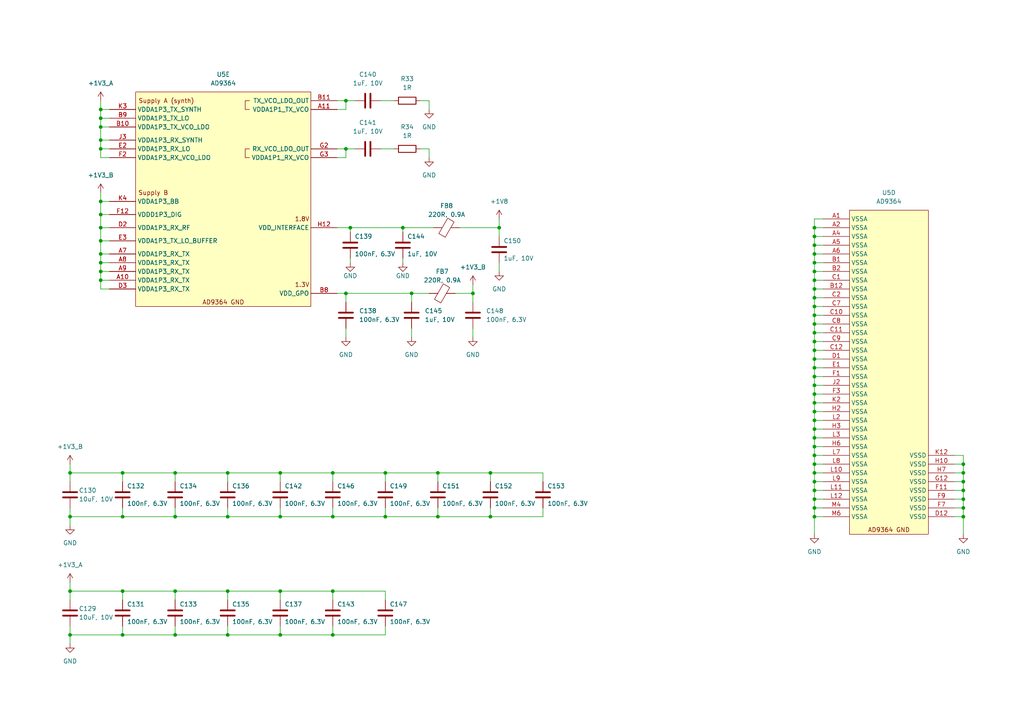
<source format=kicad_sch>
(kicad_sch (version 20231120) (generator "eeschema") (generator_version "8.0")
  (paper "A4")
  (title_block (title "Murphy SDR") (date "2024-04-22") (company "M.P Inc"))
  (lib_symbols
    (symbol "MurPhySDR-symbols:+1V3_A" (power) (pin_names (offset 0))
      (property "Value" "+1V3_A" (at 0 3.556 0))
      (symbol "+1V3_A_0_1"
        (polyline (pts (xy -0.762 1.27) (xy 0 2.54)))
        (polyline (pts (xy 0 0) (xy 0 2.54)))
        (polyline (pts (xy 0 2.54) (xy 0.762 1.27)))
      )
      (symbol "+1V3_A_1_1"
        (pin power_in line (at 0 0 90) (length 0) hide (name "+1V3_A") (number "1"))
      )
    )
    (symbol "MurPhySDR-symbols:+1V3_B" (power) (pin_names (offset 0))
      (property "Value" "+1V3_B" (at 0 3.556 0))
      (symbol "+1V3_B_0_1"
        (polyline (pts (xy -0.762 1.27) (xy 0 2.54)))
        (polyline (pts (xy 0 0) (xy 0 2.54)))
        (polyline (pts (xy 0 2.54) (xy 0.762 1.27)))
      )
      (symbol "+1V3_B_1_1"
        (pin power_in line (at 0 0 90) (length 0) hide (name "+1V3_B") (number "1"))
      )
    )
    (symbol "MurPhySDR-symbols:+1V8" (power) (pin_names (offset 0))
      (property "Value" "+1V8" (at 0 3.556 0))
      (symbol "+1V8_0_1"
        (polyline (pts (xy -0.762 1.27) (xy 0 2.54)))
        (polyline (pts (xy 0 0) (xy 0 2.54)))
        (polyline (pts (xy 0 2.54) (xy 0.762 1.27)))
      )
      (symbol "+1V8_1_1"
        (pin power_in line (at 0 0 90) (length 0) hide (name "+1V8") (number "1"))
      )
    )
    (symbol "MurPhySDR-symbols:AD9364-CUSTOM"
      (property "Reference" "U" (at 0 3.81 0))
      (property "Value" "AD9364" (at 0 1.27 0))
      (symbol "AD9364-CUSTOM_1_1"
        (unit_name "RF-TX")
        (rectangle (start -6.35 0) (end 6.35 -24.13) (fill (type background)))
        (text "AD9364 TX" (at 0 -22.86 0) (effects (font (size 1.27 1.27))))
        (pin unspecified line (at 13.97 -12.7 180) (length 7.62) (name "TXB_N") (number "M10"))
        (pin unspecified line (at 13.97 -19.05 180) (length 7.62) (name "TX_MON") (number "M5"))
        (pin unspecified line (at 13.97 -2.54 180) (length 7.62) (name "TXA_P") (number "M7"))
        (pin unspecified line (at 13.97 -5.08 180) (length 7.62) (name "TXA_N") (number "M8"))
        (pin unspecified line (at 13.97 -10.16 180) (length 7.62) (name "TXB_P") (number "M9"))
      )
      (symbol "AD9364-CUSTOM_2_1"
        (unit_name "RF-RX")
        (rectangle (start -6.35 0) (end 6.35 -25.4) (fill (type background)))
        (text "AD9364 RX" (at 0 -24.13 0) (effects (font (size 1.27 1.27))))
        (pin unspecified line (at 13.97 -10.16 180) (length 7.62) (name "RXB_P") (number "H1"))
        (pin unspecified line (at 13.97 -12.7 180) (length 7.62) (name "RXB_N") (number "J1"))
        (pin unspecified line (at 13.97 -17.78 180) (length 7.62) (name "RXC_P") (number "K1"))
        (pin unspecified line (at 13.97 -20.32 180) (length 7.62) (name "RXC_N") (number "L1"))
        (pin unspecified line (at 13.97 -2.54 180) (length 7.62) (name "RXA_P") (number "M1"))
        (pin unspecified line (at 13.97 -5.08 180) (length 7.62) (name "RXA_N") (number "M2"))
      )
      (symbol "AD9364-CUSTOM_3_1"
        (unit_name "Unused")
        (rectangle (start -8.89 0) (end 8.89 -34.29) (fill (type background)))
        (text "AD9364 Unused" (at 0 -33.02 0) (effects (font (size 1.27 1.27))))
        (pin unspecified line (at -16.51 -20.32 0) (length 7.62) (name "TX_EXT_LO_IN") (number "A12"))
        (pin no_connect line (at 16.51 -16.51 180) (length 7.62) (name "NC") (number "A3"))
        (pin unspecified line (at -16.51 -6.35 0) (length 7.62) (name "AUXDAC1") (number "B3"))
        (pin unspecified line (at 16.51 -10.16 180) (length 7.62) (name "GPO_3") (number "B4"))
        (pin unspecified line (at 16.51 -7.62 180) (length 7.62) (name "GPO_2") (number "B5"))
        (pin unspecified line (at 16.51 -5.08 180) (length 7.62) (name "GPO_1") (number "B6"))
        (pin unspecified line (at 16.51 -2.54 180) (length 7.62) (name "GPO_0") (number "B7"))
        (pin unspecified line (at -16.51 -8.89 0) (length 7.62) (name "AUXDAC2") (number "C3"))
        (pin unspecified line (at -16.51 -25.4 0) (length 7.62) (name "TEST/ENABLE") (number "C4"))
        (pin unspecified line (at -16.51 -22.86 0) (length 7.62) (name "RX_EXT_LO_IN") (number "G1"))
        (pin unspecified line (at -16.51 -29.21 0) (length 7.62) (name "SYNC_IN") (number "H5"))
        (pin unspecified line (at -16.51 -2.54 0) (length 7.62) (name "AUXADC") (number "L5"))
        (pin no_connect line (at 16.51 -13.97 180) (length 7.62) (name "NC") (number "M3"))
      )
      (symbol "AD9364-CUSTOM_4_1"
        (unit_name "Power-GND")
        (rectangle (start -11.43 0) (end 11.43 -93.98) (fill (type background)))
        (text "AD9364 GND" (at 0 -92.71 0) (effects (font (size 1.27 1.27))))
        (pin unspecified line (at -19.05 -2.54 0) (length 7.62) (name "VSSA") (number "A1"))
        (pin unspecified line (at -19.05 -5.08 0) (length 7.62) (name "VSSA") (number "A2"))
        (pin unspecified line (at -19.05 -7.62 0) (length 7.62) (name "VSSA") (number "A4"))
        (pin unspecified line (at -19.05 -10.16 0) (length 7.62) (name "VSSA") (number "A5"))
        (pin unspecified line (at -19.05 -12.7 0) (length 7.62) (name "VSSA") (number "A6"))
        (pin unspecified line (at -19.05 -15.24 0) (length 7.62) (name "VSSA") (number "B1"))
        (pin unspecified line (at -19.05 -22.86 0) (length 7.62) (name "VSSA") (number "B12"))
        (pin unspecified line (at -19.05 -17.78 0) (length 7.62) (name "VSSA") (number "B2"))
        (pin unspecified line (at -19.05 -20.32 0) (length 7.62) (name "VSSA") (number "C1"))
        (pin unspecified line (at -19.05 -30.48 0) (length 7.62) (name "VSSA") (number "C10"))
        (pin unspecified line (at -19.05 -35.56 0) (length 7.62) (name "VSSA") (number "C11"))
        (pin unspecified line (at -19.05 -40.64 0) (length 7.62) (name "VSSA") (number "C12"))
        (pin unspecified line (at -19.05 -25.4 0) (length 7.62) (name "VSSA") (number "C2"))
        (pin unspecified line (at -19.05 -27.94 0) (length 7.62) (name "VSSA") (number "C7"))
        (pin unspecified line (at -19.05 -33.02 0) (length 7.62) (name "VSSA") (number "C8"))
        (pin unspecified line (at -19.05 -38.1 0) (length 7.62) (name "VSSA") (number "C9"))
        (pin unspecified line (at -19.05 -43.18 0) (length 7.62) (name "VSSA") (number "D1"))
        (pin unspecified line (at 19.05 -88.9 180) (length 7.62) (name "VSSD") (number "D12"))
        (pin unspecified line (at -19.05 -45.72 0) (length 7.62) (name "VSSA") (number "E1"))
        (pin unspecified line (at -19.05 -48.26 0) (length 7.62) (name "VSSA") (number "F1"))
        (pin unspecified line (at 19.05 -81.28 180) (length 7.62) (name "VSSD") (number "F11"))
        (pin unspecified line (at -19.05 -53.34 0) (length 7.62) (name "VSSA") (number "F3"))
        (pin unspecified line (at 19.05 -86.36 180) (length 7.62) (name "VSSD") (number "F7"))
        (pin unspecified line (at 19.05 -83.82 180) (length 7.62) (name "VSSD") (number "F9"))
        (pin unspecified line (at 19.05 -78.74 180) (length 7.62) (name "VSSD") (number "G12"))
        (pin unspecified line (at 19.05 -73.66 180) (length 7.62) (name "VSSD") (number "H10"))
        (pin unspecified line (at -19.05 -58.42 0) (length 7.62) (name "VSSA") (number "H2"))
        (pin unspecified line (at -19.05 -63.5 0) (length 7.62) (name "VSSA") (number "H3"))
        (pin unspecified line (at -19.05 -68.58 0) (length 7.62) (name "VSSA") (number "H6"))
        (pin unspecified line (at 19.05 -76.2 180) (length 7.62) (name "VSSD") (number "H7"))
        (pin unspecified line (at -19.05 -50.8 0) (length 7.62) (name "VSSA") (number "J2"))
        (pin unspecified line (at 19.05 -71.12 180) (length 7.62) (name "VSSD") (number "K12"))
        (pin unspecified line (at -19.05 -55.88 0) (length 7.62) (name "VSSA") (number "K2"))
        (pin unspecified line (at -19.05 -76.2 0) (length 7.62) (name "VSSA") (number "L10"))
        (pin unspecified line (at -19.05 -81.28 0) (length 7.62) (name "VSSA") (number "L11"))
        (pin unspecified line (at -19.05 -83.82 0) (length 7.62) (name "VSSA") (number "L12"))
        (pin unspecified line (at -19.05 -60.96 0) (length 7.62) (name "VSSA") (number "L2"))
        (pin unspecified line (at -19.05 -66.04 0) (length 7.62) (name "VSSA") (number "L3"))
        (pin unspecified line (at -19.05 -71.12 0) (length 7.62) (name "VSSA") (number "L7"))
        (pin unspecified line (at -19.05 -73.66 0) (length 7.62) (name "VSSA") (number "L8"))
        (pin unspecified line (at -19.05 -78.74 0) (length 7.62) (name "VSSA") (number "L9"))
        (pin unspecified line (at -19.05 -86.36 0) (length 7.62) (name "VSSA") (number "M4"))
        (pin unspecified line (at -19.05 -88.9 0) (length 7.62) (name "VSSA") (number "M6"))
      )
      (symbol "AD9364-CUSTOM_5_1"
        (unit_name "Power")
        (rectangle (start -25.4 0) (end 25.4 -62.23) (fill (type background)))
        (polyline (pts (xy 7.62 -16.51) (xy 6.35 -16.51) (xy 6.35 -19.05) (xy 7.62 -19.05)))
        (polyline (pts (xy 7.62 -2.54) (xy 6.35 -2.54) (xy 6.35 -5.08) (xy 7.62 -5.08)))
        (text "1.3V" (at 22.86 -55.88 0) (effects (font (size 1.27 1.27))))
        (text "1.8V" (at 22.86 -36.83 0) (effects (font (size 1.27 1.27))))
        (text "AD9364 GND" (at 0 -60.96 0) (effects (font (size 1.27 1.27))))
        (text "Supply A (synth)" (at -16.51 -2.54 0) (effects (font (size 1.27 1.27))))
        (text "Supply B" (at -20.32 -29.21 0) (effects (font (size 1.27 1.27))))
        (pin unspecified line (at -33.02 -54.61 0) (length 7.62) (name "VDDA1P3_RX_TX") (number "A10"))
        (pin unspecified line (at 33.02 -5.08 180) (length 7.62) (name "VDDA1P1_TX_VCO") (number "A11"))
        (pin unspecified line (at -33.02 -46.99 0) (length 7.62) (name "VDDA1P3_RX_TX") (number "A7"))
        (pin unspecified line (at -33.02 -49.53 0) (length 7.62) (name "VDDA1P3_RX_TX") (number "A8"))
        (pin unspecified line (at -33.02 -52.07 0) (length 7.62) (name "VDDA1P3_RX_TX") (number "A9"))
        (pin unspecified line (at -33.02 -10.16 0) (length 7.62) (name "VDDA1P3_TX_VCO_LDO") (number "B10"))
        (pin unspecified line (at 33.02 -2.54 180) (length 7.62) (name "TX_VCO_LDO_OUT") (number "B11"))
        (pin unspecified line (at 33.02 -58.42 180) (length 7.62) (name "VDD_GPO") (number "B8"))
        (pin unspecified line (at -33.02 -7.62 0) (length 7.62) (name "VDDA1P3_TX_LO") (number "B9"))
        (pin unspecified line (at -33.02 -39.37 0) (length 7.62) (name "VDDA1P3_RX_RF") (number "D2"))
        (pin unspecified line (at -33.02 -57.15 0) (length 7.62) (name "VDDA1P3_RX_TX") (number "D3"))
        (pin unspecified line (at -33.02 -16.51 0) (length 7.62) (name "VDDA1P3_RX_LO") (number "E2"))
        (pin unspecified line (at -33.02 -43.18 0) (length 7.62) (name "VDDA1P3_TX_LO_BUFFER") (number "E3"))
        (pin unspecified line (at -33.02 -35.56 0) (length 7.62) (name "VDDD1P3_DIG") (number "F12"))
        (pin unspecified line (at -33.02 -19.05 0) (length 7.62) (name "VDDA1P3_RX_VCO_LDO") (number "F2"))
        (pin unspecified line (at 33.02 -16.51 180) (length 7.62) (name "RX_VCO_LDO_OUT") (number "G2"))
        (pin unspecified line (at 33.02 -19.05 180) (length 7.62) (name "VDDA1P1_RX_VCO") (number "G3"))
        (pin unspecified line (at 33.02 -39.37 180) (length 7.62) (name "VDD_INTERFACE") (number "H12"))
        (pin unspecified line (at -33.02 -13.97 0) (length 7.62) (name "VDDA1P3_RX_SYNTH") (number "J3"))
        (pin unspecified line (at -33.02 -5.08 0) (length 7.62) (name "VDDA1P3_TX_SYNTH") (number "K3"))
        (pin unspecified line (at -33.02 -31.75 0) (length 7.62) (name "VDDA1P3_BB") (number "K4"))
      )
      (symbol "AD9364-CUSTOM_6_1"
        (unit_name "IO-CTRL")
        (rectangle (start -15.24 0) (end 15.24 -25.4) (fill (type background)))
        (text "AD9364 CTRL" (at 0 -24.13 0) (effects (font (size 1.27 1.27))))
        (pin unspecified line (at -22.86 -2.54 0) (length 7.62) (name "CTRL_IN0") (number "C5"))
        (pin unspecified line (at -22.86 -5.08 0) (length 7.62) (name "CTRL_IN1") (number "C6"))
        (pin unspecified line (at 22.86 -2.54 180) (length 7.62) (name "CTRL_OUT0") (number "D4"))
        (pin unspecified line (at -22.86 -10.16 0) (length 7.62) (name "CTRL_IN3") (number "D5"))
        (pin unspecified line (at -22.86 -7.62 0) (length 7.62) (name "CTRL_IN2") (number "D6"))
        (pin unspecified line (at 22.86 -5.08 180) (length 7.62) (name "CTRL_OUT1") (number "E4"))
        (pin unspecified line (at 22.86 -7.62 180) (length 7.62) (name "CTRL_OUT2") (number "E5"))
        (pin unspecified line (at 22.86 -10.16 180) (length 7.62) (name "CTRL_OUT3") (number "E6"))
        (pin unspecified line (at 22.86 -17.78 180) (length 7.62) (name "CTRL_OUT6") (number "F4"))
        (pin unspecified line (at 22.86 -15.24 180) (length 7.62) (name "CTRL_OUT5") (number "F5"))
        (pin unspecified line (at 22.86 -12.7 180) (length 7.62) (name "CTRL_OUT4") (number "F6"))
        (pin unspecified line (at 22.86 -20.32 180) (length 7.62) (name "CTRL_OUT7") (number "G4"))
      )
      (symbol "AD9364-CUSTOM_7_1"
        (unit_name "IO-Data-Interface")
        (rectangle (start -19.05 0) (end 19.05 -68.58) (fill (type background)))
        (text "AD9364 Data Interface" (at 0 -67.31 0) (effects (font (size 1.27 1.27))))
        (pin unspecified line (at 26.67 -22.86 180) (length 7.62) (name "P0_D3/TX_D1_P") (number "D10"))
        (pin unspecified line (at 26.67 -27.94 180) (length 7.62) (name "P0_D1/TX_D0_P") (number "D11"))
        (pin unspecified line (at 26.67 -7.62 180) (length 7.62) (name "P0_D9/TX_D4_P") (number "D7"))
        (pin unspecified line (at 26.67 -12.7 180) (length 7.62) (name "P0_D7/TX_D3_P") (number "D8"))
        (pin unspecified line (at 26.67 -17.78 180) (length 7.62) (name "P0_D5/TX_D2_P") (number "D9"))
        (pin unspecified line (at 26.67 -20.32 180) (length 7.62) (name "P0_D4/TX_D2_N") (number "E10"))
        (pin unspecified line (at 26.67 -25.4 180) (length 7.62) (name "P0_D2/TX_D1_N") (number "E11"))
        (pin unspecified line (at 26.67 -30.48 180) (length 7.62) (name "P0_D0/TX_D0_N") (number "E12"))
        (pin unspecified line (at 26.67 -2.54 180) (length 7.62) (name "P0_D11/TX_D5_P") (number "E7"))
        (pin unspecified line (at 26.67 -10.16 180) (length 7.62) (name "P0_D8/TX_D4_N") (number "E8"))
        (pin unspecified line (at 26.67 -15.24 180) (length 7.62) (name "P0_D6/TX_D3_N") (number "E9"))
        (pin unspecified line (at -26.67 -21.59 0) (length 7.62) (name "FB_CLK_P") (number "F10"))
        (pin unspecified line (at 26.67 -5.08 180) (length 7.62) (name "P0_D10/TX_D5_N") (number "F8"))
        (pin unspecified line (at -26.67 -24.13 0) (length 7.62) (name "FB_CLK_N") (number "G10"))
        (pin unspecified line (at -26.67 -15.24 0) (length 7.62) (name "DATA_CLK_P") (number "G11"))
        (pin unspecified line (at -26.67 -11.43 0) (length 7.62) (name "RX_FRAME_N") (number "G7"))
        (pin unspecified line (at -26.67 -8.89 0) (length 7.62) (name "RX_FRAME_P") (number "G8"))
        (pin unspecified line (at -26.67 -2.54 0) (length 7.62) (name "TX_FRAME_P") (number "G9"))
        (pin unspecified line (at -26.67 -17.78 0) (length 7.62) (name "DATA_CLK_N") (number "H11"))
        (pin unspecified line (at -26.67 -27.94 0) (length 7.62) (name "TXNRX") (number "H4"))
        (pin unspecified line (at 26.67 -35.56 180) (length 7.62) (name "P1_D11/RX_D5_P") (number "H8"))
        (pin unspecified line (at -26.67 -5.08 0) (length 7.62) (name "TX_FRAME_N") (number "H9"))
        (pin unspecified line (at 26.67 -50.8 180) (length 7.62) (name "P1_D5/RX_D2_P") (number "J10"))
        (pin unspecified line (at 26.67 -55.88 180) (length 7.62) (name "P1_D3/RX_D1_P") (number "J11"))
        (pin unspecified line (at 26.67 -60.96 180) (length 7.62) (name "P1_D1/RX_D0_P") (number "J12"))
        (pin unspecified line (at 26.67 -38.1 180) (length 7.62) (name "P1_D10/RX_D5_N") (number "J7"))
        (pin unspecified line (at 26.67 -40.64 180) (length 7.62) (name "P1_D9/RX_D4_P") (number "J8"))
        (pin unspecified line (at 26.67 -45.72 180) (length 7.62) (name "P1_D7/RX_D3_P") (number "J9"))
        (pin unspecified line (at 26.67 -58.42 180) (length 7.62) (name "P1_D2/RX_D1_N") (number "K10"))
        (pin unspecified line (at 26.67 -63.5 180) (length 7.62) (name "P1_D0/RX_D0_N") (number "K11"))
        (pin unspecified line (at 26.67 -43.18 180) (length 7.62) (name "P1_D8/RX_D4_N") (number "K7"))
        (pin unspecified line (at 26.67 -48.26 180) (length 7.62) (name "P1_D6/RX_D3_N") (number "K8"))
        (pin unspecified line (at 26.67 -53.34 180) (length 7.62) (name "P1_D4/RX_D2_N") (number "K9"))
      )
      (symbol "AD9364-CUSTOM_8_1"
        (unit_name "IO-SPI&MISC")
        (rectangle (start -12.7 0) (end 12.7 -25.4) (fill (type background)))
        (text "14.3kR->GND!" (at -5.08 -17.78 0) (effects (font (size 1.27 1.27))))
        (text "AD9364 SPI & MISC" (at 0 -24.13 0) (effects (font (size 1.27 1.27))))
        (text "SPI" (at 10.16 -2.54 0) (effects (font (size 1.27 1.27))))
        (pin unspecified line (at -20.32 -13.97 0) (length 7.62) (name "EN_AGC") (number "G5"))
        (pin unspecified line (at -20.32 -6.35 0) (length 7.62) (name "ENABLE") (number "G6"))
        (pin unspecified line (at 20.32 -10.16 180) (length 7.62) (name "SPI_DI") (number "J4"))
        (pin unspecified line (at 20.32 -7.62 180) (length 7.62) (name "SPI_CLK") (number "J5"))
        (pin unspecified line (at -20.32 -10.16 0) (length 7.62) (name "CLK_OUT") (number "J6"))
        (pin unspecified line (at -20.32 -2.54 0) (length 7.62) (name "RESETB") (number "K5"))
        (pin unspecified line (at 20.32 -5.08 180) (length 7.62) (name "SPI_ENB") (number "K6"))
        (pin unspecified line (at -20.32 -20.32 0) (length 7.62) (name "RBIAS") (number "L4"))
        (pin unspecified line (at 20.32 -12.7 180) (length 7.62) (name "SPI_DO") (number "L6"))
      )
      (symbol "AD9364-CUSTOM_9_1"
        (unit_name "CLK")
        (rectangle (start -6.35 0) (end 6.35 -10.16) (fill (type background)))
        (text "AD9364 CLK" (at 0 -8.89 0) (effects (font (size 1.27 1.27))))
        (pin unspecified line (at 13.97 -2.54 180) (length 7.62) (name "XTALP") (number "M11"))
        (pin unspecified line (at 13.97 -5.08 180) (length 7.62) (name "XTALN") (number "M12"))
      )
    )
    (symbol "MurPhySDR-symbols:C" (pin_numbers hide) (pin_names (offset 0.254))
      (property "Reference" "C" (at 0.635 2.54 0))
      (property "Value" "C" (at 0.635 -2.54 0))
      (symbol "C_0_1"
        (polyline (pts (xy -2.032 -0.762) (xy 2.032 -0.762)) (stroke (width 0.508)))
        (polyline (pts (xy -2.032 0.762) (xy 2.032 0.762)) (stroke (width 0.508)))
      )
      (symbol "C_1_1"
        (pin passive line (at 0 3.81 270) (length 2.794) (name "~") (number "1"))
        (pin passive line (at 0 -3.81 90) (length 2.794) (name "~") (number "2"))
      )
    )
    (symbol "MurPhySDR-symbols:FerriteBead" (pin_numbers hide) (pin_names (offset 0))
      (property "Reference" "FB" (at -3.81 0.635 90))
      (property "Value" "FerriteBead" (at 3.81 0 90))
      (symbol "FerriteBead_0_1"
        (polyline (pts (xy 0 -1.27) (xy 0 -1.2192)))
        (polyline (pts (xy 0 1.27) (xy 0 1.2954)))
        (polyline (pts (xy -2.7686 0.4064) (xy -1.7018 2.2606) (xy 2.7686 -0.3048) (xy 1.6764 -2.159) (xy -2.7686 0.4064)))
      )
      (symbol "FerriteBead_1_1"
        (pin passive line (at 0 3.81 270) (length 2.54) (name "~") (number "1"))
        (pin passive line (at 0 -3.81 90) (length 2.54) (name "~") (number "2"))
      )
    )
    (symbol "MurPhySDR-symbols:GND" (power) (pin_names (offset 0))
      (property "Value" "GND" (at 0 -3.81 0))
      (symbol "GND_0_1"
        (polyline (pts (xy 0 0) (xy 0 -1.27) (xy 1.27 -1.27) (xy 0 -2.54) (xy -1.27 -1.27) (xy 0 -1.27)))
      )
      (symbol "GND_1_1"
        (pin power_in line (at 0 0 270) (length 0) hide (name "GND") (number "1"))
      )
    )
    (symbol "MurPhySDR-symbols:R" (pin_numbers hide) (pin_names (offset 0))
      (property "Reference" "R" (at 2.032 0 90))
      (property "Value" "R" (at 0 0 90))
      (symbol "R_0_1"
        (rectangle (start -1.016 -2.54) (end 1.016 2.54) (stroke (width 0.254)))
      )
      (symbol "R_1_1"
        (pin passive line (at 0 3.81 270) (length 1.27) (name "~") (number "1"))
        (pin passive line (at 0 -3.81 90) (length 1.27) (name "~") (number "2"))
      )
    )
  )
  (junction (at 236.22 137.16))
  (junction (at 236.22 73.66))
  (junction (at 127 137.16))
  (junction (at 236.22 86.36))
  (junction (at 66.04 149.86))
  (junction (at 236.22 99.06))
  (junction (at 279.4 144.78))
  (junction (at 236.22 83.82))
  (junction (at 66.04 171.45))
  (junction (at 236.22 116.84))
  (junction (at 119.38 85.09))
  (junction (at 236.22 106.68))
  (junction (at 29.21 62.23))
  (junction (at 236.22 91.44))
  (junction (at 29.21 73.66))
  (junction (at 29.21 58.42))
  (junction (at 29.21 36.83))
  (junction (at 50.8 184.15))
  (junction (at 279.4 134.62))
  (junction (at 236.22 109.22))
  (junction (at 29.21 69.85))
  (junction (at 81.28 171.45))
  (junction (at 236.22 78.74))
  (junction (at 236.22 119.38))
  (junction (at 50.8 149.86))
  (junction (at 236.22 114.3))
  (junction (at 29.21 78.74))
  (junction (at 236.22 129.54))
  (junction (at 236.22 144.78))
  (junction (at 116.84 66.04))
  (junction (at 81.28 137.16))
  (junction (at 35.56 137.16))
  (junction (at 29.21 66.04))
  (junction (at 66.04 137.16))
  (junction (at 236.22 96.52))
  (junction (at 20.32 137.16))
  (junction (at 20.32 149.86))
  (junction (at 236.22 142.24))
  (junction (at 236.22 101.6))
  (junction (at 20.32 184.15))
  (junction (at 50.8 171.45))
  (junction (at 236.22 134.62))
  (junction (at 236.22 147.32))
  (junction (at 279.4 139.7))
  (junction (at 29.21 34.29))
  (junction (at 144.78 66.04))
  (junction (at 29.21 43.18))
  (junction (at 236.22 81.28))
  (junction (at 236.22 132.08))
  (junction (at 29.21 40.64))
  (junction (at 29.21 76.2))
  (junction (at 20.32 171.45))
  (junction (at 66.04 184.15))
  (junction (at 137.16 85.09))
  (junction (at 111.76 149.86))
  (junction (at 236.22 68.58))
  (junction (at 96.52 184.15))
  (junction (at 96.52 149.86))
  (junction (at 35.56 149.86))
  (junction (at 236.22 111.76))
  (junction (at 236.22 139.7))
  (junction (at 29.21 31.75))
  (junction (at 96.52 137.16))
  (junction (at 279.4 149.86))
  (junction (at 279.4 137.16))
  (junction (at 236.22 121.92))
  (junction (at 142.24 137.16))
  (junction (at 100.33 85.09))
  (junction (at 100.33 43.18))
  (junction (at 35.56 171.45))
  (junction (at 236.22 124.46))
  (junction (at 236.22 149.86))
  (junction (at 50.8 137.16))
  (junction (at 111.76 137.16))
  (junction (at 236.22 66.04))
  (junction (at 81.28 184.15))
  (junction (at 236.22 93.98))
  (junction (at 35.56 184.15))
  (junction (at 236.22 127))
  (junction (at 81.28 149.86))
  (junction (at 142.24 149.86))
  (junction (at 236.22 71.12))
  (junction (at 127 149.86))
  (junction (at 236.22 104.14))
  (junction (at 236.22 76.2))
  (junction (at 100.33 29.21))
  (junction (at 279.4 147.32))
  (junction (at 96.52 171.45))
  (junction (at 29.21 81.28))
  (junction (at 279.4 142.24))
  (junction (at 236.22 88.9))
  (junction (at 101.6 66.04))
  (wire (pts (xy 96.52 147.32) (xy 96.52 149.86)))
  (wire (pts (xy 81.28 147.32) (xy 81.28 149.86)))
  (wire (pts (xy 66.04 137.16) (xy 81.28 137.16)))
  (wire (pts (xy 236.22 142.24) (xy 238.76 142.24)))
  (wire (pts (xy 236.22 129.54) (xy 236.22 132.08)))
  (wire (pts (xy 236.22 88.9) (xy 238.76 88.9)))
  (wire (pts (xy 110.49 43.18) (xy 114.3 43.18)))
  (wire (pts (xy 236.22 134.62) (xy 238.76 134.62)))
  (wire (pts (xy 236.22 78.74) (xy 236.22 81.28)))
  (wire (pts (xy 101.6 66.04) (xy 101.6 67.31)))
  (wire (pts (xy 97.79 31.75) (xy 100.33 31.75)))
  (wire (pts (xy 236.22 91.44) (xy 238.76 91.44)))
  (wire (pts (xy 29.21 43.18) (xy 29.21 40.64)))
  (wire (pts (xy 236.22 124.46) (xy 236.22 127)))
  (wire (pts (xy 279.4 144.78) (xy 279.4 147.32)))
  (wire (pts (xy 29.21 66.04) (xy 29.21 69.85)))
  (wire (pts (xy 279.4 139.7) (xy 279.4 142.24)))
  (wire (pts (xy 236.22 106.68) (xy 238.76 106.68)))
  (wire (pts (xy 116.84 66.04) (xy 116.84 67.31)))
  (wire (pts (xy 279.4 147.32) (xy 276.86 147.32)))
  (wire (pts (xy 97.79 45.72) (xy 100.33 45.72)))
  (wire (pts (xy 144.78 66.04) (xy 144.78 68.58)))
  (wire (pts (xy 29.21 81.28) (xy 29.21 78.74)))
  (wire (pts (xy 236.22 104.14) (xy 236.22 106.68)))
  (wire (pts (xy 236.22 109.22) (xy 238.76 109.22)))
  (wire (pts (xy 97.79 85.09) (xy 100.33 85.09)))
  (wire (pts (xy 236.22 66.04) (xy 238.76 66.04)))
  (wire (pts (xy 81.28 181.61) (xy 81.28 184.15)))
  (wire (pts (xy 20.32 173.99) (xy 20.32 171.45)))
  (wire (pts (xy 20.32 149.86) (xy 35.56 149.86)))
  (wire (pts (xy 50.8 171.45) (xy 66.04 171.45)))
  (wire (pts (xy 31.75 83.82) (xy 29.21 83.82)))
  (wire (pts (xy 81.28 137.16) (xy 96.52 137.16)))
  (wire (pts (xy 29.21 83.82) (xy 29.21 81.28)))
  (wire (pts (xy 236.22 132.08) (xy 238.76 132.08)))
  (wire (pts (xy 50.8 171.45) (xy 50.8 173.99)))
  (wire (pts (xy 35.56 147.32) (xy 35.56 149.86)))
  (wire (pts (xy 29.21 29.21) (xy 29.21 31.75)))
  (wire (pts (xy 236.22 129.54) (xy 238.76 129.54)))
  (wire (pts (xy 119.38 97.79) (xy 119.38 95.25)))
  (wire (pts (xy 96.52 149.86) (xy 111.76 149.86)))
  (wire (pts (xy 35.56 184.15) (xy 50.8 184.15)))
  (wire (pts (xy 50.8 137.16) (xy 50.8 139.7)))
  (wire (pts (xy 236.22 119.38) (xy 236.22 121.92)))
  (wire (pts (xy 137.16 82.55) (xy 137.16 85.09)))
  (wire (pts (xy 236.22 144.78) (xy 238.76 144.78)))
  (wire (pts (xy 29.21 36.83) (xy 31.75 36.83)))
  (wire (pts (xy 236.22 132.08) (xy 236.22 134.62)))
  (wire (pts (xy 236.22 86.36) (xy 236.22 88.9)))
  (wire (pts (xy 20.32 137.16) (xy 35.56 137.16)))
  (wire (pts (xy 236.22 101.6) (xy 238.76 101.6)))
  (wire (pts (xy 31.75 66.04) (xy 29.21 66.04)))
  (wire (pts (xy 144.78 66.04) (xy 144.78 63.5)))
  (wire (pts (xy 279.4 149.86) (xy 279.4 154.94)))
  (wire (pts (xy 124.46 45.72) (xy 124.46 43.18)))
  (wire (pts (xy 20.32 134.62) (xy 20.32 137.16)))
  (wire (pts (xy 236.22 104.14) (xy 238.76 104.14)))
  (wire (pts (xy 29.21 78.74) (xy 31.75 78.74)))
  (wire (pts (xy 236.22 149.86) (xy 236.22 154.94)))
  (wire (pts (xy 236.22 81.28) (xy 236.22 83.82)))
  (wire (pts (xy 236.22 68.58) (xy 236.22 71.12)))
  (wire (pts (xy 111.76 149.86) (xy 111.76 147.32)))
  (wire (pts (xy 20.32 186.69) (xy 20.32 184.15)))
  (wire (pts (xy 50.8 181.61) (xy 50.8 184.15)))
  (wire (pts (xy 236.22 144.78) (xy 236.22 147.32)))
  (wire (pts (xy 279.4 137.16) (xy 279.4 139.7)))
  (wire (pts (xy 236.22 86.36) (xy 238.76 86.36)))
  (wire (pts (xy 29.21 34.29) (xy 29.21 31.75)))
  (wire (pts (xy 236.22 63.5) (xy 236.22 66.04)))
  (wire (pts (xy 236.22 147.32) (xy 238.76 147.32)))
  (wire (pts (xy 142.24 149.86) (xy 157.48 149.86)))
  (wire (pts (xy 116.84 66.04) (xy 125.73 66.04)))
  (wire (pts (xy 29.21 31.75) (xy 31.75 31.75)))
  (wire (pts (xy 31.75 58.42) (xy 29.21 58.42)))
  (wire (pts (xy 20.32 171.45) (xy 35.56 171.45)))
  (wire (pts (xy 236.22 109.22) (xy 236.22 111.76)))
  (wire (pts (xy 66.04 171.45) (xy 81.28 171.45)))
  (wire (pts (xy 66.04 149.86) (xy 81.28 149.86)))
  (wire (pts (xy 236.22 68.58) (xy 238.76 68.58)))
  (wire (pts (xy 116.84 76.2) (xy 116.84 74.93)))
  (wire (pts (xy 236.22 71.12) (xy 236.22 73.66)))
  (wire (pts (xy 20.32 147.32) (xy 20.32 149.86)))
  (wire (pts (xy 29.21 76.2) (xy 29.21 73.66)))
  (wire (pts (xy 102.87 43.18) (xy 100.33 43.18)))
  (wire (pts (xy 236.22 93.98) (xy 238.76 93.98)))
  (wire (pts (xy 100.33 43.18) (xy 100.33 45.72)))
  (wire (pts (xy 236.22 96.52) (xy 238.76 96.52)))
  (wire (pts (xy 132.08 85.09) (xy 137.16 85.09)))
  (wire (pts (xy 124.46 43.18) (xy 121.92 43.18)))
  (wire (pts (xy 142.24 137.16) (xy 157.48 137.16)))
  (wire (pts (xy 236.22 99.06) (xy 238.76 99.06)))
  (wire (pts (xy 29.21 43.18) (xy 31.75 43.18)))
  (wire (pts (xy 29.21 40.64) (xy 31.75 40.64)))
  (wire (pts (xy 144.78 78.74) (xy 144.78 76.2)))
  (wire (pts (xy 236.22 139.7) (xy 236.22 142.24)))
  (wire (pts (xy 121.92 29.21) (xy 124.46 29.21)))
  (wire (pts (xy 142.24 147.32) (xy 142.24 149.86)))
  (wire (pts (xy 236.22 127) (xy 236.22 129.54)))
  (wire (pts (xy 29.21 62.23) (xy 29.21 66.04)))
  (wire (pts (xy 29.21 36.83) (xy 29.21 34.29)))
  (wire (pts (xy 97.79 66.04) (xy 101.6 66.04)))
  (wire (pts (xy 35.56 171.45) (xy 50.8 171.45)))
  (wire (pts (xy 97.79 43.18) (xy 100.33 43.18)))
  (wire (pts (xy 81.28 171.45) (xy 81.28 173.99)))
  (wire (pts (xy 236.22 121.92) (xy 238.76 121.92)))
  (wire (pts (xy 35.56 181.61) (xy 35.56 184.15)))
  (wire (pts (xy 101.6 66.04) (xy 116.84 66.04)))
  (wire (pts (xy 236.22 121.92) (xy 236.22 124.46)))
  (wire (pts (xy 236.22 66.04) (xy 236.22 68.58)))
  (wire (pts (xy 236.22 119.38) (xy 238.76 119.38)))
  (wire (pts (xy 29.21 69.85) (xy 29.21 73.66)))
  (wire (pts (xy 111.76 149.86) (xy 127 149.86)))
  (wire (pts (xy 31.75 62.23) (xy 29.21 62.23)))
  (wire (pts (xy 50.8 137.16) (xy 66.04 137.16)))
  (wire (pts (xy 279.4 142.24) (xy 276.86 142.24)))
  (wire (pts (xy 29.21 81.28) (xy 31.75 81.28)))
  (wire (pts (xy 127 149.86) (xy 142.24 149.86)))
  (wire (pts (xy 96.52 171.45) (xy 111.76 171.45)))
  (wire (pts (xy 236.22 83.82) (xy 238.76 83.82)))
  (wire (pts (xy 127 137.16) (xy 142.24 137.16)))
  (wire (pts (xy 236.22 124.46) (xy 238.76 124.46)))
  (wire (pts (xy 35.56 149.86) (xy 50.8 149.86)))
  (wire (pts (xy 236.22 137.16) (xy 238.76 137.16)))
  (wire (pts (xy 110.49 29.21) (xy 114.3 29.21)))
  (wire (pts (xy 236.22 76.2) (xy 236.22 78.74)))
  (wire (pts (xy 279.4 132.08) (xy 279.4 134.62)))
  (wire (pts (xy 236.22 93.98) (xy 236.22 96.52)))
  (wire (pts (xy 127 137.16) (xy 127 139.7)))
  (wire (pts (xy 29.21 73.66) (xy 31.75 73.66)))
  (wire (pts (xy 29.21 76.2) (xy 31.75 76.2)))
  (wire (pts (xy 279.4 147.32) (xy 279.4 149.86)))
  (wire (pts (xy 100.33 29.21) (xy 100.33 31.75)))
  (wire (pts (xy 66.04 137.16) (xy 66.04 139.7)))
  (wire (pts (xy 236.22 134.62) (xy 236.22 137.16)))
  (wire (pts (xy 29.21 40.64) (xy 29.21 36.83)))
  (wire (pts (xy 100.33 29.21) (xy 102.87 29.21)))
  (wire (pts (xy 236.22 127) (xy 238.76 127)))
  (wire (pts (xy 20.32 181.61) (xy 20.32 184.15)))
  (wire (pts (xy 96.52 171.45) (xy 96.52 173.99)))
  (wire (pts (xy 111.76 171.45) (xy 111.76 173.99)))
  (wire (pts (xy 157.48 137.16) (xy 157.48 139.7)))
  (wire (pts (xy 66.04 171.45) (xy 66.04 173.99)))
  (wire (pts (xy 96.52 184.15) (xy 111.76 184.15)))
  (wire (pts (xy 142.24 137.16) (xy 142.24 139.7)))
  (wire (pts (xy 137.16 85.09) (xy 137.16 87.63)))
  (wire (pts (xy 29.21 55.88) (xy 29.21 58.42)))
  (wire (pts (xy 111.76 137.16) (xy 127 137.16)))
  (wire (pts (xy 81.28 171.45) (xy 96.52 171.45)))
  (wire (pts (xy 236.22 106.68) (xy 236.22 109.22)))
  (wire (pts (xy 20.32 184.15) (xy 35.56 184.15)))
  (wire (pts (xy 279.4 139.7) (xy 276.86 139.7)))
  (wire (pts (xy 81.28 137.16) (xy 81.28 139.7)))
  (wire (pts (xy 279.4 149.86) (xy 276.86 149.86)))
  (wire (pts (xy 236.22 91.44) (xy 236.22 93.98)))
  (wire (pts (xy 236.22 101.6) (xy 236.22 104.14)))
  (wire (pts (xy 100.33 97.79) (xy 100.33 95.25)))
  (wire (pts (xy 236.22 114.3) (xy 236.22 116.84)))
  (wire (pts (xy 35.56 171.45) (xy 35.56 173.99)))
  (wire (pts (xy 29.21 58.42) (xy 29.21 62.23)))
  (wire (pts (xy 236.22 96.52) (xy 236.22 99.06)))
  (wire (pts (xy 81.28 184.15) (xy 96.52 184.15)))
  (wire (pts (xy 157.48 149.86) (xy 157.48 147.32)))
  (wire (pts (xy 29.21 45.72) (xy 29.21 43.18)))
  (wire (pts (xy 81.28 149.86) (xy 96.52 149.86)))
  (wire (pts (xy 66.04 147.32) (xy 66.04 149.86)))
  (wire (pts (xy 119.38 85.09) (xy 119.38 87.63)))
  (wire (pts (xy 111.76 137.16) (xy 111.76 139.7)))
  (wire (pts (xy 279.4 134.62) (xy 279.4 137.16)))
  (wire (pts (xy 50.8 147.32) (xy 50.8 149.86)))
  (wire (pts (xy 29.21 34.29) (xy 31.75 34.29)))
  (wire (pts (xy 35.56 137.16) (xy 35.56 139.7)))
  (wire (pts (xy 127 147.32) (xy 127 149.86)))
  (wire (pts (xy 31.75 45.72) (xy 29.21 45.72)))
  (wire (pts (xy 124.46 29.21) (xy 124.46 31.75)))
  (wire (pts (xy 50.8 184.15) (xy 66.04 184.15)))
  (wire (pts (xy 20.32 139.7) (xy 20.32 137.16)))
  (wire (pts (xy 31.75 69.85) (xy 29.21 69.85)))
  (wire (pts (xy 111.76 184.15) (xy 111.76 181.61)))
  (wire (pts (xy 236.22 139.7) (xy 238.76 139.7)))
  (wire (pts (xy 236.22 116.84) (xy 236.22 119.38)))
  (wire (pts (xy 236.22 147.32) (xy 236.22 149.86)))
  (wire (pts (xy 119.38 85.09) (xy 124.46 85.09)))
  (wire (pts (xy 137.16 97.79) (xy 137.16 95.25)))
  (wire (pts (xy 236.22 73.66) (xy 236.22 76.2)))
  (wire (pts (xy 279.4 144.78) (xy 276.86 144.78)))
  (wire (pts (xy 279.4 137.16) (xy 276.86 137.16)))
  (wire (pts (xy 236.22 111.76) (xy 236.22 114.3)))
  (wire (pts (xy 66.04 181.61) (xy 66.04 184.15)))
  (wire (pts (xy 100.33 85.09) (xy 119.38 85.09)))
  (wire (pts (xy 20.32 168.91) (xy 20.32 171.45)))
  (wire (pts (xy 236.22 149.86) (xy 238.76 149.86)))
  (wire (pts (xy 236.22 73.66) (xy 238.76 73.66)))
  (wire (pts (xy 20.32 152.4) (xy 20.32 149.86)))
  (wire (pts (xy 96.52 137.16) (xy 96.52 139.7)))
  (wire (pts (xy 35.56 137.16) (xy 50.8 137.16)))
  (wire (pts (xy 236.22 71.12) (xy 238.76 71.12)))
  (wire (pts (xy 236.22 83.82) (xy 236.22 86.36)))
  (wire (pts (xy 279.4 132.08) (xy 276.86 132.08)))
  (wire (pts (xy 29.21 78.74) (xy 29.21 76.2)))
  (wire (pts (xy 236.22 63.5) (xy 238.76 63.5)))
  (wire (pts (xy 100.33 87.63) (xy 100.33 85.09)))
  (wire (pts (xy 236.22 76.2) (xy 238.76 76.2)))
  (wire (pts (xy 236.22 114.3) (xy 238.76 114.3)))
  (wire (pts (xy 96.52 181.61) (xy 96.52 184.15)))
  (wire (pts (xy 96.52 137.16) (xy 111.76 137.16)))
  (wire (pts (xy 50.8 149.86) (xy 66.04 149.86)))
  (wire (pts (xy 236.22 116.84) (xy 238.76 116.84)))
  (wire (pts (xy 236.22 78.74) (xy 238.76 78.74)))
  (wire (pts (xy 236.22 81.28) (xy 238.76 81.28)))
  (wire (pts (xy 97.79 29.21) (xy 100.33 29.21)))
  (wire (pts (xy 236.22 142.24) (xy 236.22 144.78)))
  (wire (pts (xy 101.6 76.2) (xy 101.6 74.93)))
  (wire (pts (xy 236.22 111.76) (xy 238.76 111.76)))
  (wire (pts (xy 236.22 88.9) (xy 236.22 91.44)))
  (wire (pts (xy 279.4 134.62) (xy 276.86 134.62)))
  (wire (pts (xy 279.4 142.24) (xy 279.4 144.78)))
  (wire (pts (xy 236.22 137.16) (xy 236.22 139.7)))
  (wire (pts (xy 236.22 99.06) (xy 236.22 101.6)))
  (wire (pts (xy 66.04 184.15) (xy 81.28 184.15)))
  (wire (pts (xy 133.35 66.04) (xy 144.78 66.04)))
  (symbol (lib_id "MurPhySDR-symbols:C") (at 81.28 177.8 0) (unit 1)
    (property "Reference" "C137" (at 82.55 175.26 0) (effects (justify left)))
    (property "Value" "100nF, 6.3V" (at 82.55 180.34 0) (effects (justify left)))
    (property "Footprint" "Capacitor_SMD:C_0201_0603Metric" (effects (hide yes)))
    (property "Description" "Unpolarized capacitor" (effects (hide yes)))
    (property "Manufacturer_Name" "Murata" (effects (hide yes)))
    (property "Manufacturer_Part_Number" "GRM033R60J104KE19D" (effects (hide yes)))
    (property "Mouser Part Number" "81-GRM033R60J104KE19" (effects (hide yes)))
  )
  (symbol (lib_id "MurPhySDR-symbols:GND") (at 279.4 154.94 0) (unit 1)
    (property "Reference" "#PWR0144" (effects (hide yes)))
    (property "Value" "GND" (at 279.4 160.02 0))
    (property "Description" "Power symbol creates a global label with name \"GND\" , ground" (effects (hide yes)))
  )
  (symbol (lib_id "MurPhySDR-symbols:+1V8") (at 144.78 63.5 0) (unit 1)
    (property "Reference" "#PWR0141" (effects (hide yes)))
    (property "Value" "+1V8" (at 144.78 58.42 0))
    (property "Description" "Power symbol creates a global label with name \"+1V8\"" (effects (hide yes)))
  )
  (symbol (lib_id "MurPhySDR-symbols:C") (at 20.32 177.8 0) (unit 1)
    (property "Reference" "C129" (at 22.86 176.53 0) (effects (justify left)))
    (property "Value" "10uF, 10V" (at 22.86 179.07 0) (effects (justify left)))
    (property "Footprint" "Capacitor_SMD:C_0603_1608Metric" (effects (hide yes)))
    (property "Description" "Unpolarized capacitor" (effects (hide yes)))
    (property "Manufacturer_Name" "Murata" (effects (hide yes)))
    (property "Manufacturer_Part_Number" "GRM188R61A106ME69D" (effects (hide yes)))
    (property "Mouser Part Number" "81-GRM188R61A106ME9D" (effects (hide yes)))
  )
  (symbol (lib_id "MurPhySDR-symbols:C") (at 66.04 177.8 0) (unit 1)
    (property "Reference" "C135" (at 67.31 175.26 0) (effects (justify left)))
    (property "Value" "100nF, 6.3V" (at 67.31 180.34 0) (effects (justify left)))
    (property "Footprint" "Capacitor_SMD:C_0201_0603Metric" (effects (hide yes)))
    (property "Description" "Unpolarized capacitor" (effects (hide yes)))
    (property "Manufacturer_Name" "Murata" (effects (hide yes)))
    (property "Manufacturer_Part_Number" "GRM033R60J104KE19D" (effects (hide yes)))
    (property "Mouser Part Number" "81-GRM033R60J104KE19" (effects (hide yes)))
  )
  (symbol (lib_id "MurPhySDR-symbols:C") (at 96.52 177.8 0) (unit 1)
    (property "Reference" "C143" (at 97.79 175.26 0) (effects (justify left)))
    (property "Value" "100nF, 6.3V" (at 97.79 180.34 0) (effects (justify left)))
    (property "Footprint" "Capacitor_SMD:C_0201_0603Metric" (effects (hide yes)))
    (property "Description" "Unpolarized capacitor" (effects (hide yes)))
    (property "Manufacturer_Name" "Murata" (effects (hide yes)))
    (property "Manufacturer_Part_Number" "GRM033R60J104KE19D" (effects (hide yes)))
    (property "Mouser Part Number" "81-GRM033R60J104KE19" (effects (hide yes)))
  )
  (symbol (lib_id "MurPhySDR-symbols:C") (at 35.56 143.51 0) (unit 1)
    (property "Reference" "C132" (at 36.83 140.97 0) (effects (justify left)))
    (property "Value" "100nF, 6.3V" (at 36.83 146.05 0) (effects (justify left)))
    (property "Footprint" "Capacitor_SMD:C_0201_0603Metric" (effects (hide yes)))
    (property "Description" "Unpolarized capacitor" (effects (hide yes)))
    (property "Manufacturer_Name" "Murata" (effects (hide yes)))
    (property "Manufacturer_Part_Number" "GRM033R60J104KE19D" (effects (hide yes)))
    (property "Mouser Part Number" "81-GRM033R60J104KE19" (effects (hide yes)))
  )
  (symbol (lib_id "MurPhySDR-symbols:C") (at 111.76 177.8 0) (unit 1)
    (property "Reference" "C147" (at 113.03 175.26 0) (effects (justify left)))
    (property "Value" "100nF, 6.3V" (at 113.03 180.34 0) (effects (justify left)))
    (property "Footprint" "Capacitor_SMD:C_0201_0603Metric" (effects (hide yes)))
    (property "Description" "Unpolarized capacitor" (effects (hide yes)))
    (property "Manufacturer_Name" "Murata" (effects (hide yes)))
    (property "Manufacturer_Part_Number" "GRM033R60J104KE19D" (effects (hide yes)))
    (property "Mouser Part Number" "81-GRM033R60J104KE19" (effects (hide yes)))
  )
  (symbol (lib_id "MurPhySDR-symbols:C") (at 20.32 143.51 0) (unit 1)
    (property "Reference" "C130" (at 22.86 142.24 0) (effects (justify left)))
    (property "Value" "10uF, 10V" (at 22.86 144.78 0) (effects (justify left)))
    (property "Footprint" "Capacitor_SMD:C_0603_1608Metric" (effects (hide yes)))
    (property "Description" "Unpolarized capacitor" (effects (hide yes)))
    (property "Manufacturer_Name" "Murata" (effects (hide yes)))
    (property "Manufacturer_Part_Number" "GRM188R61A106ME69D" (effects (hide yes)))
    (property "Mouser Part Number" "81-GRM188R61A106ME9D" (effects (hide yes)))
  )
  (symbol (lib_id "MurPhySDR-symbols:C") (at 50.8 143.51 0) (unit 1)
    (property "Reference" "C134" (at 52.07 140.97 0) (effects (justify left)))
    (property "Value" "100nF, 6.3V" (at 52.07 146.05 0) (effects (justify left)))
    (property "Footprint" "Capacitor_SMD:C_0201_0603Metric" (effects (hide yes)))
    (property "Description" "Unpolarized capacitor" (effects (hide yes)))
    (property "Manufacturer_Name" "Murata" (effects (hide yes)))
    (property "Manufacturer_Part_Number" "GRM033R60J104KE19D" (effects (hide yes)))
    (property "Mouser Part Number" "81-GRM033R60J104KE19" (effects (hide yes)))
  )
  (symbol (lib_id "MurPhySDR-symbols:AD9364-CUSTOM") (at 257.81 60.96 0) (unit 4)
    (property "Reference" "U5" (at 257.81 55.88 0))
    (property "Value" "AD9364" (at 257.81 58.42 0))
    (property "Footprint" "MurPhySDR-footprints:AD9364" (effects (hide yes)))
    (property "Manufacturer_Name" "Analog Devices" (effects (hide yes)))
    (property "Manufacturer_Part_Number" "AD9364BBCZ" (effects (hide yes)))
    (property "Mouser Part Number" "584-AD9364BBCZ" (effects (hide yes)))
  )
  (symbol (lib_id "MurPhySDR-symbols:C") (at 96.52 143.51 0) (unit 1)
    (property "Reference" "C146" (at 97.79 140.97 0) (effects (justify left)))
    (property "Value" "100nF, 6.3V" (at 97.79 146.05 0) (effects (justify left)))
    (property "Footprint" "Capacitor_SMD:C_0201_0603Metric" (effects (hide yes)))
    (property "Description" "Unpolarized capacitor" (effects (hide yes)))
    (property "Manufacturer_Name" "Murata" (effects (hide yes)))
    (property "Manufacturer_Part_Number" "GRM033R60J104KE19D" (effects (hide yes)))
    (property "Mouser Part Number" "81-GRM033R60J104KE19" (effects (hide yes)))
  )
  (symbol (lib_id "MurPhySDR-symbols:GND") (at 124.46 45.72 0) (unit 1)
    (property "Reference" "#PWR0138" (effects (hide yes)))
    (property "Value" "GND" (at 124.46 50.8 0))
    (property "Description" "Power symbol creates a global label with name \"GND\" , ground" (effects (hide yes)))
  )
  (symbol (lib_id "MurPhySDR-symbols:GND") (at 100.33 97.79 0) (unit 1)
    (property "Reference" "#PWR0133" (effects (hide yes)))
    (property "Value" "GND" (at 100.33 102.87 0))
    (property "Description" "Power symbol creates a global label with name \"GND\" , ground" (effects (hide yes)))
  )
  (symbol (lib_id "MurPhySDR-symbols:+1V3_B") (at 29.21 55.88 0) (unit 1)
    (property "Reference" "#PWR0132" (effects (hide yes)))
    (property "Value" "+1V3_B" (at 29.21 50.8 0))
    (property "Footprint" "  (property \"Reference\" \"#PWR\" (at 0 -3.81 0)" (effects (hide yes)))
  )
  (symbol (lib_id "MurPhySDR-symbols:C") (at 66.04 143.51 0) (unit 1)
    (property "Reference" "C136" (at 67.31 140.97 0) (effects (justify left)))
    (property "Value" "100nF, 6.3V" (at 67.31 146.05 0) (effects (justify left)))
    (property "Footprint" "Capacitor_SMD:C_0201_0603Metric" (effects (hide yes)))
    (property "Description" "Unpolarized capacitor" (effects (hide yes)))
    (property "Manufacturer_Name" "Murata" (effects (hide yes)))
    (property "Manufacturer_Part_Number" "GRM033R60J104KE19D" (effects (hide yes)))
    (property "Mouser Part Number" "81-GRM033R60J104KE19" (effects (hide yes)))
  )
  (symbol (lib_id "MurPhySDR-symbols:C") (at 119.38 91.44 0) (unit 1)
    (property "Reference" "C145" (at 123.19 90.17 0) (effects (justify left)))
    (property "Value" "1uF, 10V" (at 123.19 92.71 0) (effects (justify left)))
    (property "Footprint" "Capacitor_SMD:C_0402_1005Metric" (effects (hide yes)))
    (property "Description" "Unpolarized capacitor" (effects (hide yes)))
    (property "Manufacturer_Name" "Murata" (effects (hide yes)))
    (property "Manufacturer_Part_Number" "GRM155Z71A105KE01D" (effects (hide yes)))
    (property "Mouser Part Number" "81-GRM155Z71A105KE1D" (effects (hide yes)))
  )
  (symbol (lib_id "MurPhySDR-symbols:+1V3_B") (at 137.16 82.55 0) (unit 1)
    (property "Reference" "#PWR0139" (effects (hide yes)))
    (property "Value" "+1V3_B" (at 137.16 77.47 0))
    (property "Footprint" "  (property \"Reference\" \"#PWR\" (at 0 -3.81 0)" (effects (hide yes)))
  )
  (symbol (lib_id "MurPhySDR-symbols:C") (at 101.6 71.12 0) (unit 1)
    (property "Reference" "C139" (at 102.87 68.58 0) (effects (justify left)))
    (property "Value" "100nF, 6.3V" (at 102.87 73.66 0) (effects (justify left)))
    (property "Footprint" "Capacitor_SMD:C_0201_0603Metric" (effects (hide yes)))
    (property "Description" "Unpolarized capacitor" (effects (hide yes)))
    (property "Manufacturer_Name" "Murata" (effects (hide yes)))
    (property "Manufacturer_Part_Number" "GRM033R60J104KE19D" (effects (hide yes)))
    (property "Mouser Part Number" "81-GRM033R60J104KE19" (effects (hide yes)))
  )
  (symbol (lib_id "MurPhySDR-symbols:GND") (at 119.38 97.79 0) (unit 1)
    (property "Reference" "#PWR0136" (effects (hide yes)))
    (property "Value" "GND" (at 119.38 102.87 0))
    (property "Description" "Power symbol creates a global label with name \"GND\" , ground" (effects (hide yes)))
  )
  (symbol (lib_id "MurPhySDR-symbols:GND") (at 144.78 78.74 0) (unit 1)
    (property "Reference" "#PWR0142" (effects (hide yes)))
    (property "Value" "GND" (at 144.78 83.82 0))
    (property "Description" "Power symbol creates a global label with name \"GND\" , ground" (effects (hide yes)))
  )
  (symbol (lib_id "MurPhySDR-symbols:AD9364-CUSTOM") (at 64.77 26.67 0) (unit 5)
    (property "Reference" "U5" (at 64.77 21.59 0))
    (property "Value" "AD9364" (at 64.77 24.13 0))
    (property "Footprint" "MurPhySDR-footprints:AD9364" (effects (hide yes)))
    (property "Manufacturer_Name" "Analog Devices" (effects (hide yes)))
    (property "Manufacturer_Part_Number" "AD9364BBCZ" (effects (hide yes)))
    (property "Mouser Part Number" "584-AD9364BBCZ" (effects (hide yes)))
  )
  (symbol (lib_id "MurPhySDR-symbols:GND") (at 124.46 31.75 0) (unit 1)
    (property "Reference" "#PWR0137" (effects (hide yes)))
    (property "Value" "GND" (at 124.46 36.83 0))
    (property "Description" "Power symbol creates a global label with name \"GND\" , ground" (effects (hide yes)))
  )
  (symbol (lib_id "MurPhySDR-symbols:C") (at 157.48 143.51 0) (unit 1)
    (property "Reference" "C153" (at 158.75 140.97 0) (effects (justify left)))
    (property "Value" "100nF, 6.3V" (at 158.75 146.05 0) (effects (justify left)))
    (property "Footprint" "Capacitor_SMD:C_0201_0603Metric" (effects (hide yes)))
    (property "Description" "Unpolarized capacitor" (effects (hide yes)))
    (property "Manufacturer_Name" "Murata" (effects (hide yes)))
    (property "Manufacturer_Part_Number" "GRM033R60J104KE19D" (effects (hide yes)))
    (property "Mouser Part Number" "81-GRM033R60J104KE19" (effects (hide yes)))
  )
  (symbol (lib_id "MurPhySDR-symbols:R") (at 118.11 29.21 90) (unit 1)
    (property "Reference" "R33" (at 118.11 22.86 90))
    (property "Value" "1R" (at 118.11 25.4 90))
    (property "Footprint" "Resistor_SMD:R_0402_1005Metric" (effects (hide yes)))
    (property "Description" "Resistor" (effects (hide yes)))
    (property "Manufacturer_Name" "YAGEO" (effects (hide yes)))
    (property "Manufacturer_Part_Number" "RC0402FR-071RL" (effects (hide yes)))
    (property "Mouser Part Number" "603-RC0402FR-071RL" (effects (hide yes)))
  )
  (symbol (lib_id "MurPhySDR-symbols:FerriteBead") (at 128.27 85.09 90) (unit 1)
    (property "Reference" "FB7" (at 128.27 78.74 90))
    (property "Value" "220R, 0.9A" (at 128.27 81.28 90))
    (property "Footprint" "Inductor_SMD:L_0402_1005Metric" (effects (hide yes)))
    (property "Description" "Ferrite bead" (effects (hide yes)))
    (property "Manufacturer_Name" "TDK" (effects (hide yes)))
    (property "Manufacturer_Part_Number" "MPZ1005S221ET000" (effects (hide yes)))
    (property "Mouser Part Number" "810-MPZ1005S221ET000" (effects (hide yes)))
  )
  (symbol (lib_id "MurPhySDR-symbols:C") (at 50.8 177.8 0) (unit 1)
    (property "Reference" "C133" (at 52.07 175.26 0) (effects (justify left)))
    (property "Value" "100nF, 6.3V" (at 52.07 180.34 0) (effects (justify left)))
    (property "Footprint" "Capacitor_SMD:C_0201_0603Metric" (effects (hide yes)))
    (property "Description" "Unpolarized capacitor" (effects (hide yes)))
    (property "Manufacturer_Name" "Murata" (effects (hide yes)))
    (property "Manufacturer_Part_Number" "GRM033R60J104KE19D" (effects (hide yes)))
    (property "Mouser Part Number" "81-GRM033R60J104KE19" (effects (hide yes)))
  )
  (symbol (lib_id "MurPhySDR-symbols:C") (at 142.24 143.51 0) (unit 1)
    (property "Reference" "C152" (at 143.51 140.97 0) (effects (justify left)))
    (property "Value" "100nF, 6.3V" (at 143.51 146.05 0) (effects (justify left)))
    (property "Footprint" "Capacitor_SMD:C_0201_0603Metric" (effects (hide yes)))
    (property "Description" "Unpolarized capacitor" (effects (hide yes)))
    (property "Manufacturer_Name" "Murata" (effects (hide yes)))
    (property "Manufacturer_Part_Number" "GRM033R60J104KE19D" (effects (hide yes)))
    (property "Mouser Part Number" "81-GRM033R60J104KE19" (effects (hide yes)))
  )
  (symbol (lib_id "MurPhySDR-symbols:C") (at 116.84 71.12 0) (unit 1)
    (property "Reference" "C144" (at 118.11 68.58 0) (effects (justify left)))
    (property "Value" "1uF, 10V" (at 118.11 73.66 0) (effects (justify left)))
    (property "Footprint" "Capacitor_SMD:C_0402_1005Metric" (effects (hide yes)))
    (property "Description" "Unpolarized capacitor" (effects (hide yes)))
    (property "Manufacturer_Name" "Murata" (effects (hide yes)))
    (property "Manufacturer_Part_Number" "GRM155Z71A105KE01D" (effects (hide yes)))
    (property "Mouser Part Number" "81-GRM155Z71A105KE1D" (effects (hide yes)))
  )
  (symbol (lib_id "MurPhySDR-symbols:GND") (at 101.6 76.2 0) (unit 1)
    (property "Reference" "#PWR0134" (effects (hide yes)))
    (property "Value" "GND" (at 101.6 80.01 0))
    (property "Description" "Power symbol creates a global label with name \"GND\" , ground" (effects (hide yes)))
  )
  (symbol (lib_id "MurPhySDR-symbols:+1V3_A") (at 20.32 168.91 0) (unit 1)
    (property "Reference" "#PWR0129" (effects (hide yes)))
    (property "Value" "+1V3_A" (at 20.32 163.83 0))
    (property "Footprint" "  (property \"Reference\" \"#PWR\" (at 0 -3.81 0)" (effects (hide yes)))
  )
  (symbol (lib_id "MurPhySDR-symbols:GND") (at 20.32 152.4 0) (unit 1)
    (property "Reference" "#PWR0128" (effects (hide yes)))
    (property "Value" "GND" (at 20.32 157.48 0))
    (property "Description" "Power symbol creates a global label with name \"GND\" , ground" (effects (hide yes)))
  )
  (symbol (lib_id "MurPhySDR-symbols:FerriteBead") (at 129.54 66.04 90) (unit 1)
    (property "Reference" "FB8" (at 129.54 59.69 90))
    (property "Value" "220R, 0.9A" (at 129.54 62.23 90))
    (property "Footprint" "Inductor_SMD:L_0402_1005Metric" (effects (hide yes)))
    (property "Description" "Ferrite bead" (effects (hide yes)))
    (property "Manufacturer_Name" "TDK" (effects (hide yes)))
    (property "Manufacturer_Part_Number" "MPZ1005S221ET000" (effects (hide yes)))
    (property "Mouser Part Number" "810-MPZ1005S221ET000" (effects (hide yes)))
  )
  (symbol (lib_id "MurPhySDR-symbols:R") (at 118.11 43.18 90) (unit 1)
    (property "Reference" "R34" (at 118.11 36.83 90))
    (property "Value" "1R" (at 118.11 39.37 90))
    (property "Footprint" "Resistor_SMD:R_0402_1005Metric" (effects (hide yes)))
    (property "Description" "Resistor" (effects (hide yes)))
    (property "Manufacturer_Name" "YAGEO" (effects (hide yes)))
    (property "Manufacturer_Part_Number" "RC0402FR-071RL" (effects (hide yes)))
    (property "Mouser Part Number" "603-RC0402FR-071RL" (effects (hide yes)))
  )
  (symbol (lib_id "MurPhySDR-symbols:C") (at 144.78 72.39 0) (unit 1)
    (property "Reference" "C150" (at 146.05 69.85 0) (effects (justify left)))
    (property "Value" "1uF, 10V" (at 146.05 74.93 0) (effects (justify left)))
    (property "Footprint" "Capacitor_SMD:C_0402_1005Metric" (effects (hide yes)))
    (property "Description" "Unpolarized capacitor" (effects (hide yes)))
    (property "Manufacturer_Name" "Murata" (effects (hide yes)))
    (property "Manufacturer_Part_Number" "GRM155Z71A105KE01D" (effects (hide yes)))
    (property "Mouser Part Number" "81-GRM155Z71A105KE1D" (effects (hide yes)))
  )
  (symbol (lib_id "MurPhySDR-symbols:GND") (at 20.32 186.69 0) (unit 1)
    (property "Reference" "#PWR0130" (effects (hide yes)))
    (property "Value" "GND" (at 20.32 191.77 0))
    (property "Description" "Power symbol creates a global label with name \"GND\" , ground" (effects (hide yes)))
  )
  (symbol (lib_id "MurPhySDR-symbols:C") (at 106.68 43.18 270) (unit 1)
    (property "Reference" "C141" (at 106.68 35.56 90))
    (property "Value" "1uF, 10V" (at 106.68 38.1 90))
    (property "Footprint" "Capacitor_SMD:C_0402_1005Metric" (effects (hide yes)))
    (property "Description" "Unpolarized capacitor" (effects (hide yes)))
    (property "Manufacturer_Name" "Murata" (effects (hide yes)))
    (property "Manufacturer_Part_Number" "GRM155Z71A105KE01D" (effects (hide yes)))
    (property "Mouser Part Number" "81-GRM155Z71A105KE1D" (effects (hide yes)))
  )
  (symbol (lib_id "MurPhySDR-symbols:C") (at 35.56 177.8 0) (unit 1)
    (property "Reference" "C131" (at 36.83 175.26 0) (effects (justify left)))
    (property "Value" "100nF, 6.3V" (at 36.83 180.34 0) (effects (justify left)))
    (property "Footprint" "Capacitor_SMD:C_0201_0603Metric" (effects (hide yes)))
    (property "Description" "Unpolarized capacitor" (effects (hide yes)))
    (property "Manufacturer_Name" "Murata" (effects (hide yes)))
    (property "Manufacturer_Part_Number" "GRM033R60J104KE19D" (effects (hide yes)))
    (property "Mouser Part Number" "81-GRM033R60J104KE19" (effects (hide yes)))
  )
  (symbol (lib_id "MurPhySDR-symbols:C") (at 111.76 143.51 0) (unit 1)
    (property "Reference" "C149" (at 113.03 140.97 0) (effects (justify left)))
    (property "Value" "100nF, 6.3V" (at 113.03 146.05 0) (effects (justify left)))
    (property "Footprint" "Capacitor_SMD:C_0201_0603Metric" (effects (hide yes)))
    (property "Description" "Unpolarized capacitor" (effects (hide yes)))
    (property "Manufacturer_Name" "Murata" (effects (hide yes)))
    (property "Manufacturer_Part_Number" "GRM033R60J104KE19D" (effects (hide yes)))
    (property "Mouser Part Number" "81-GRM033R60J104KE19" (effects (hide yes)))
  )
  (symbol (lib_id "MurPhySDR-symbols:GND") (at 137.16 97.79 0) (unit 1)
    (property "Reference" "#PWR0140" (effects (hide yes)))
    (property "Value" "GND" (at 137.16 102.87 0))
    (property "Description" "Power symbol creates a global label with name \"GND\" , ground" (effects (hide yes)))
  )
  (symbol (lib_id "MurPhySDR-symbols:GND") (at 236.22 154.94 0) (unit 1)
    (property "Reference" "#PWR0143" (effects (hide yes)))
    (property "Value" "GND" (at 236.22 160.02 0))
    (property "Description" "Power symbol creates a global label with name \"GND\" , ground" (effects (hide yes)))
  )
  (symbol (lib_id "MurPhySDR-symbols:C") (at 127 143.51 0) (unit 1)
    (property "Reference" "C151" (at 128.27 140.97 0) (effects (justify left)))
    (property "Value" "100nF, 6.3V" (at 128.27 146.05 0) (effects (justify left)))
    (property "Footprint" "Capacitor_SMD:C_0201_0603Metric" (effects (hide yes)))
    (property "Description" "Unpolarized capacitor" (effects (hide yes)))
    (property "Manufacturer_Name" "Murata" (effects (hide yes)))
    (property "Manufacturer_Part_Number" "GRM033R60J104KE19D" (effects (hide yes)))
    (property "Mouser Part Number" "81-GRM033R60J104KE19" (effects (hide yes)))
  )
  (symbol (lib_id "MurPhySDR-symbols:+1V3_B") (at 20.32 134.62 0) (unit 1)
    (property "Reference" "#PWR0127" (effects (hide yes)))
    (property "Value" "+1V3_B" (at 20.32 129.54 0))
    (property "Footprint" "  (property \"Reference\" \"#PWR\" (at 0 -3.81 0)" (effects (hide yes)))
  )
  (symbol (lib_id "MurPhySDR-symbols:+1V3_A") (at 29.21 29.21 0) (unit 1)
    (property "Reference" "#PWR0131" (effects (hide yes)))
    (property "Value" "+1V3_A" (at 29.21 24.13 0))
    (property "Footprint" "  (property \"Reference\" \"#PWR\" (at 0 -3.81 0)" (effects (hide yes)))
  )
  (symbol (lib_id "MurPhySDR-symbols:C") (at 137.16 91.44 0) (unit 1)
    (property "Reference" "C148" (at 140.97 90.17 0) (effects (justify left)))
    (property "Value" "100nF, 6.3V" (at 140.97 92.71 0) (effects (justify left)))
    (property "Footprint" "Capacitor_SMD:C_0201_0603Metric" (effects (hide yes)))
    (property "Description" "Unpolarized capacitor" (effects (hide yes)))
    (property "Manufacturer_Name" "Murata" (effects (hide yes)))
    (property "Manufacturer_Part_Number" "GRM033R60J104KE19D" (effects (hide yes)))
    (property "Mouser Part Number" "81-GRM033R60J104KE19" (effects (hide yes)))
  )
  (symbol (lib_id "MurPhySDR-symbols:GND") (at 116.84 76.2 0) (unit 1)
    (property "Reference" "#PWR0135" (effects (hide yes)))
    (property "Value" "GND" (at 116.84 80.01 0))
    (property "Description" "Power symbol creates a global label with name \"GND\" , ground" (effects (hide yes)))
  )
  (symbol (lib_id "MurPhySDR-symbols:C") (at 106.68 29.21 270) (unit 1)
    (property "Reference" "C140" (at 106.68 21.59 90))
    (property "Value" "1uF, 10V" (at 106.68 24.13 90))
    (property "Footprint" "Capacitor_SMD:C_0402_1005Metric" (effects (hide yes)))
    (property "Description" "Unpolarized capacitor" (effects (hide yes)))
    (property "Manufacturer_Name" "Murata" (effects (hide yes)))
    (property "Manufacturer_Part_Number" "GRM155Z71A105KE01D" (effects (hide yes)))
    (property "Mouser Part Number" "81-GRM155Z71A105KE1D" (effects (hide yes)))
  )
  (symbol (lib_id "MurPhySDR-symbols:C") (at 81.28 143.51 0) (unit 1)
    (property "Reference" "C142" (at 82.55 140.97 0) (effects (justify left)))
    (property "Value" "100nF, 6.3V" (at 82.55 146.05 0) (effects (justify left)))
    (property "Footprint" "Capacitor_SMD:C_0201_0603Metric" (effects (hide yes)))
    (property "Description" "Unpolarized capacitor" (effects (hide yes)))
    (property "Manufacturer_Name" "Murata" (effects (hide yes)))
    (property "Manufacturer_Part_Number" "GRM033R60J104KE19D" (effects (hide yes)))
    (property "Mouser Part Number" "81-GRM033R60J104KE19" (effects (hide yes)))
  )
  (symbol (lib_id "MurPhySDR-symbols:C") (at 100.33 91.44 0) (unit 1)
    (property "Reference" "C138" (at 104.14 90.17 0) (effects (justify left)))
    (property "Value" "100nF, 6.3V" (at 104.14 92.71 0) (effects (justify left)))
    (property "Footprint" "Capacitor_SMD:C_0201_0603Metric" (effects (hide yes)))
    (property "Description" "Unpolarized capacitor" (effects (hide yes)))
    (property "Manufacturer_Name" "Murata" (effects (hide yes)))
    (property "Manufacturer_Part_Number" "GRM033R60J104KE19D" (effects (hide yes)))
    (property "Mouser Part Number" "81-GRM033R60J104KE19" (effects (hide yes)))
  )
)
</source>
